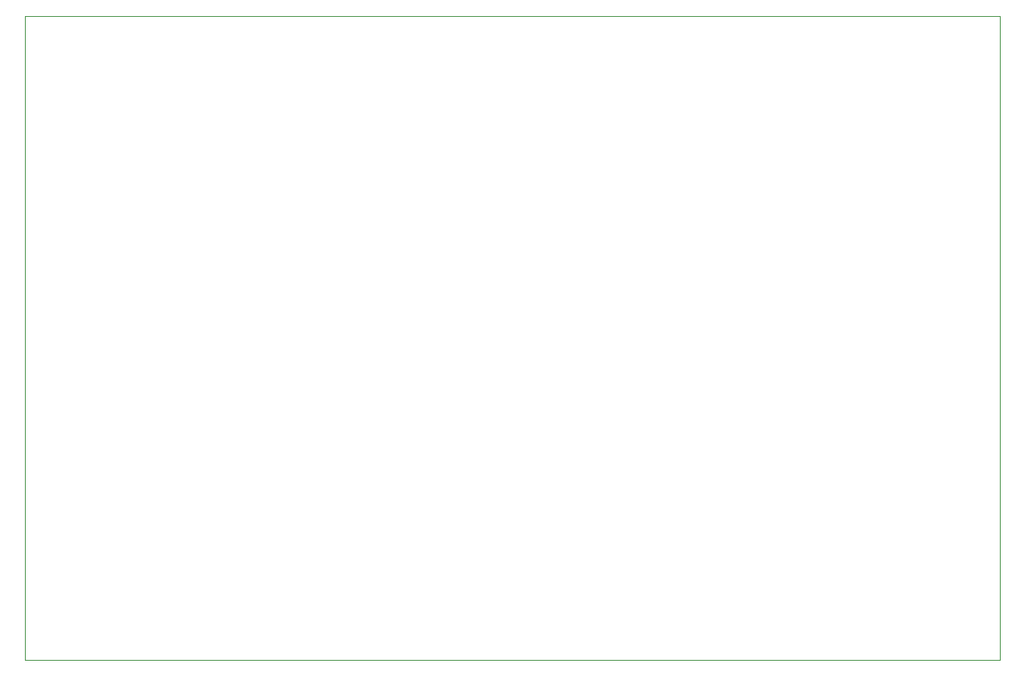
<source format=gbr>
G04 #@! TF.GenerationSoftware,KiCad,Pcbnew,5.1.4-e60b266~84~ubuntu18.04.1*
G04 #@! TF.CreationDate,2019-09-29T16:38:53-04:00*
G04 #@! TF.ProjectId,ib4,6962342e-6b69-4636-9164-5f7063625858,rev?*
G04 #@! TF.SameCoordinates,Original*
G04 #@! TF.FileFunction,Profile,NP*
%FSLAX46Y46*%
G04 Gerber Fmt 4.6, Leading zero omitted, Abs format (unit mm)*
G04 Created by KiCad (PCBNEW 5.1.4-e60b266~84~ubuntu18.04.1) date 2019-09-29 16:38:53*
%MOMM*%
%LPD*%
G04 APERTURE LIST*
%ADD10C,0.050000*%
G04 APERTURE END LIST*
D10*
X32258000Y-27178000D02*
X32512000Y-27178000D01*
X32258000Y-94996000D02*
X32258000Y-27178000D01*
X134874000Y-94996000D02*
X32258000Y-94996000D01*
X134874000Y-27178000D02*
X134874000Y-94996000D01*
X32512000Y-27178000D02*
X134874000Y-27178000D01*
M02*

</source>
